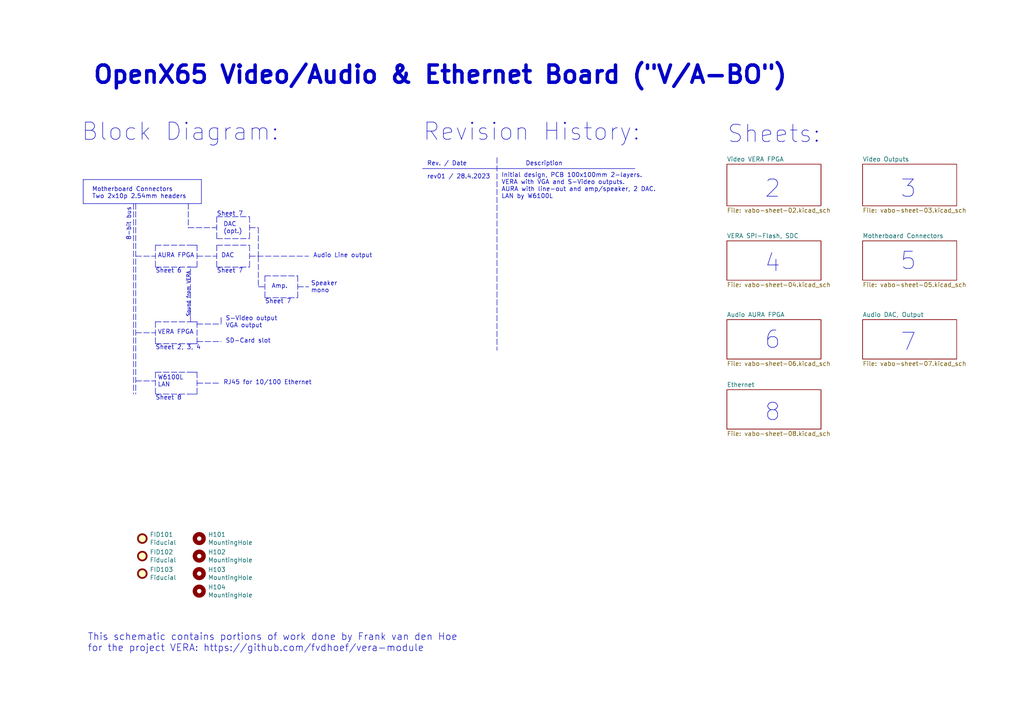
<source format=kicad_sch>
(kicad_sch (version 20211123) (generator eeschema)
  (paper "A4")
  (title_block (title "OpenX65 - Video/Audio & Ethernet Board") (date "2023-04-28") (rev "rev01") (company "FOR X65.EU DESIGNED BY JSYKORA.INFO") (comment 1 "Block Diagram"))
  (lib_symbols
    (symbol "Mechanical:Fiducial"
      (property "Reference" "FID" (at 0 5.08 0))
      (property "Value" "Fiducial" (at 0 3.175 0))
      (symbol "Fiducial_0_1"
        (circle (center 0 0) (radius 1.27) (stroke (width 0.508)) (fill (type background)))
      )
    )
    (symbol "Mechanical:MountingHole" (pin_names (offset 1.016))
      (property "Reference" "H" (at 0 5.08 0))
      (property "Value" "MountingHole" (at 0 3.175 0))
      (symbol "MountingHole_0_1"
        (circle (center 0 0) (radius 1.27) (stroke (width 1.27)))
      )
    )
  )
  (polyline (pts (xy 62.865 71.12) (xy 72.39 71.12)))
  (polyline (pts (xy 45.085 71.12) (xy 45.085 77.47)))
  (polyline (pts (xy 58.42 52.07) (xy 58.42 59.055)) (stroke (width 0) (type solid)))
  (polyline (pts (xy 62.865 69.215) (xy 72.39 69.215)))
  (polyline (pts (xy 57.15 99.06) (xy 64.135 99.06)))
  (polyline (pts (xy 45.085 107.95) (xy 54.61 107.95)))
  (polyline (pts (xy 54.61 59.055) (xy 54.61 66.04)))
  (polyline (pts (xy 74.93 74.295) (xy 74.93 83.185)))
  (polyline (pts (xy 72.39 71.12) (xy 72.39 77.47)))
  (polyline (pts (xy 54.61 107.95) (xy 57.15 107.95)) (stroke (width 0) (type solid)))
  (polyline (pts (xy 54.61 71.12) (xy 57.15 71.12)) (stroke (width 0) (type solid)))
  (polyline (pts (xy 57.15 93.345) (xy 57.15 99.695)))
  (polyline (pts (xy 72.39 66.04) (xy 74.93 66.04)))
  (polyline (pts (xy 57.15 74.295) (xy 62.865 74.295)))
  (polyline (pts (xy 54.61 77.47) (xy 57.15 77.47)) (stroke (width 0) (type solid)))
  (polyline (pts (xy 76.835 80.01) (xy 76.835 86.36)))
  (polyline (pts (xy 62.865 71.12) (xy 62.865 77.47)))
  (polyline (pts (xy 62.865 62.865) (xy 72.39 62.865)))
  (polyline (pts (xy 72.39 74.295) (xy 89.535 74.295)))
  (polyline (pts (xy 45.085 93.345) (xy 54.61 93.345)))
  (polyline (pts (xy 58.42 59.055) (xy 24.13 59.055)) (stroke (width 0) (type solid)))
  (polyline (pts (xy 39.37 96.52) (xy 45.085 96.52)))
  (polyline (pts (xy 62.865 77.47) (xy 72.39 77.47)))
  (polyline (pts (xy 86.36 83.185) (xy 89.535 83.185)))
  (polyline (pts (xy 45.085 107.95) (xy 45.085 114.3)))
  (polyline (pts (xy 39.37 74.295) (xy 45.085 74.295)))
  (polyline (pts (xy 54.61 99.695) (xy 57.15 99.695)) (stroke (width 0) (type solid)))
  (polyline (pts (xy 24.13 52.07) (xy 24.13 59.055)) (stroke (width 0) (type solid)))
  (polyline (pts (xy 55.245 77.47) (xy 54.61 77.47)))
  (polyline (pts (xy 55.245 93.345) (xy 55.245 77.47)))
  (polyline (pts (xy 64.135 92.075) (xy 64.135 93.98)))
  (polyline (pts (xy 74.93 83.185) (xy 76.835 83.185)))
  (polyline (pts (xy 39.37 59.055) (xy 39.37 114.3)))
  (polyline (pts (xy 62.865 62.865) (xy 62.865 69.215)))
  (polyline (pts (xy 24.13 52.07) (xy 58.42 52.07)) (stroke (width 0) (type solid)))
  (polyline (pts (xy 57.15 111.125) (xy 63.5 111.125)))
  (polyline (pts (xy 45.085 93.345) (xy 45.085 99.695)))
  (polyline (pts (xy 57.15 71.12) (xy 57.15 77.47)))
  (polyline (pts (xy 144.145 45.72) (xy 144.145 101.6)))
  (polyline (pts (xy 122.555 48.895) (xy 184.15 48.895)) (stroke (width 0) (type solid)))
  (polyline (pts (xy 54.61 66.04) (xy 62.865 66.04)))
  (polyline (pts (xy 74.93 66.04) (xy 74.93 74.295)))
  (polyline (pts (xy 54.61 93.345) (xy 57.15 93.345)) (stroke (width 0) (type solid)))
  (polyline (pts (xy 57.15 107.95) (xy 57.15 114.3)))
  (polyline (pts (xy 45.085 114.3) (xy 54.61 114.3)))
  (polyline (pts (xy 72.39 62.865) (xy 72.39 69.215)))
  (polyline (pts (xy 57.15 93.98) (xy 64.135 93.98)))
  (polyline (pts (xy 76.835 80.01) (xy 86.36 80.01)))
  (polyline (pts (xy 76.835 86.36) (xy 86.36 86.36)))
  (polyline (pts (xy 38.735 59.055) (xy 38.735 114.3)))
  (polyline (pts (xy 45.085 99.695) (xy 54.61 99.695)))
  (polyline (pts (xy 54.61 114.3) (xy 57.15 114.3)) (stroke (width 0) (type solid)))
  (polyline (pts (xy 45.085 77.47) (xy 54.61 77.47)))
  (polyline (pts (xy 86.36 80.01) (xy 86.36 86.36)))
  (polyline (pts (xy 45.085 71.12) (xy 54.61 71.12)))
  (polyline (pts (xy 39.37 110.49) (xy 45.085 110.49)))
  (text "Amp." (at 78.74 83.82 0) (effects (font (size 1.27 1.27)) (justify left bottom)))
  (text "7" (at 260.985 102.235 0) (effects (font (size 5 5)) (justify left bottom)))
  (text "Sheet 7" (at 62.865 62.865 0) (effects (font (size 1.27 1.27)) (justify left bottom)))
  (text "Sheet 6" (at 45.085 79.375 0) (effects (font (size 1.27 1.27)) (justify left bottom)))
  (text "2" (at 221.615 57.785 0) (effects (font (size 5 5)) (justify left bottom)))
  (text "Motherboard Connectors\nTwo 2x10p 2.54mm headers" (at 26.67 57.785 0) (effects (font (size 1.27 1.27)) (justify left bottom)))
  (text "8" (at 221.615 122.555 0) (effects (font (size 5 5)) (justify left bottom)))
  (text "8-bit bus" (at 38.1 69.85 90) (effects (font (size 1.27 1.27)) (justify left bottom)))
  (text "RJ45 for 10/100 Ethernet" (at 64.77 111.76 0) (effects (font (size 1.27 1.27)) (justify left bottom)))
  (text "DAC" (at 64.135 74.93 0) (effects (font (size 1.27 1.27)) (justify left bottom)))
  (text "Sheets:" (at 210.82 41.91 0) (effects (font (size 5 5)) (justify left bottom)))
  (text "5" (at 260.985 78.74 0) (effects (font (size 5 5)) (justify left bottom)))
  (text "OpenX65 Video/Audio & Ethernet Board (\"V/A-BO\")\n" (at 26.67 24.765 0) (effects (font (size 5 5) (thickness 1) bold) (justify left bottom)))
  (text "SD-Card slot" (at 65.405 99.695 0) (effects (font (size 1.27 1.27)) (justify left bottom)))
  (text "6" (at 221.615 101.6 0) (effects (font (size 5 5)) (justify left bottom)))
  (text "Initial design, PCB 100x100mm 2-layers.\nVERA with VGA and S-Video outputs.\nAURA with line-out and amp/speaker, 2 DAC.\nLAN by W6100L" (at 145.415 57.785 0) (effects (font (size 1.27 1.27)) (justify left bottom)))
  (text "Sheet 2, 3, 4" (at 45.085 101.6 0) (effects (font (size 1.27 1.27)) (justify left bottom)))
  (text "Sheet 7" (at 76.835 88.265 0) (effects (font (size 1.27 1.27)) (justify left bottom)))
  (text "W6100L\nLAN" (at 45.72 112.395 0) (effects (font (size 1.27 1.27)) (justify left bottom)))
  (text "Speaker\nmono" (at 90.17 85.09 0) (effects (font (size 1.27 1.27)) (justify left bottom)))
  (text "S-Video output\nVGA output" (at 65.405 95.25 0) (effects (font (size 1.27 1.27)) (justify left bottom)))
  (text "4" (at 221.615 79.375 0) (effects (font (size 5 5)) (justify left bottom)))
  (text "Sheet 8" (at 45.085 116.205 0) (effects (font (size 1.27 1.27)) (justify left bottom)))
  (text "3" (at 260.985 57.785 0) (effects (font (size 5 5)) (justify left bottom)))
  (text "VERA FPGA" (at 45.72 97.155 0) (effects (font (size 1.27 1.27)) (justify left bottom)))
  (text "Revision History:" (at 122.555 41.275 0) (effects (font (size 5 5)) (justify left bottom)))
  (text "Sheet 7" (at 62.865 79.375 0) (effects (font (size 1.27 1.27)) (justify left bottom)))
  (text "Description" (at 152.4 48.26 0) (effects (font (size 1.27 1.27)) (justify left bottom)))
  (text "Audio Line output" (at 90.805 74.93 0) (effects (font (size 1.27 1.27)) (justify left bottom)))
  (text "Sound from VERA" (at 55.245 92.075 90) (effects (font (size 1 1)) (justify left bottom)))
  (text "AURA FPGA" (at 45.72 74.93 0) (effects (font (size 1.27 1.27)) (justify left bottom)))
  (text "rev01 / 28.4.2023" (at 123.825 52.07 0) (effects (font (size 1.27 1.27)) (justify left bottom)))
  (text "Rev. / Date" (at 123.825 48.26 0) (effects (font (size 1.27 1.27)) (justify left bottom)))
  (text "Block Diagram:" (at 23.495 41.275 0) (effects (font (size 5 5)) (justify left bottom)))
  (text "DAC\n(opt.)" (at 64.77 67.945 0) (effects (font (size 1.27 1.27)) (justify left bottom)))
  (text "This schematic contains portions of work done by Frank van den Hoe\nfor the project VERA: https://github.com/fvdhoef/vera-module" (at 25.4 189.23 0) (effects (font (size 2 2)) (justify left bottom)))
  (symbol (lib_id "Mechanical:MountingHole") (at 57.785 156.21 0) (unit 1) (in_bom no)
    (property "Reference" "H101" (at 60.325 155.0416 0) (effects (justify left)))
    (property "Value" "MountingHole" (at 60.325 157.353 0) (effects (justify left)))
    (property "Footprint" "MountingHole:MountingHole_3.2mm_M3" (effects hide))
  )
  (symbol (lib_id "Mechanical:MountingHole") (at 57.785 166.37 0) (unit 1) (in_bom no)
    (property "Reference" "H103" (at 60.325 165.2016 0) (effects (justify left)))
    (property "Value" "MountingHole" (at 60.325 167.513 0) (effects (justify left)))
    (property "Footprint" "MountingHole:MountingHole_3.2mm_M3" (effects hide))
  )
  (symbol (lib_id "Mechanical:Fiducial") (at 41.275 166.37 0) (unit 1) (in_bom no)
    (property "Reference" "FID103" (at 43.434 165.2016 0) (effects (justify left)))
    (property "Value" "Fiducial" (at 43.434 167.513 0) (effects (justify left)))
    (property "Footprint" "Fiducial:Fiducial_1mm_Mask2mm" (effects hide))
  )
  (symbol (lib_id "Mechanical:Fiducial") (at 41.275 156.21 0) (unit 1) (in_bom no)
    (property "Reference" "FID101" (at 43.434 155.0416 0) (effects (justify left)))
    (property "Value" "Fiducial" (at 43.434 157.353 0) (effects (justify left)))
    (property "Footprint" "Fiducial:Fiducial_1mm_Mask2mm" (effects hide))
  )
  (symbol (lib_id "Mechanical:Fiducial") (at 41.275 161.29 0) (unit 1) (in_bom no)
    (property "Reference" "FID102" (at 43.434 160.1216 0) (effects (justify left)))
    (property "Value" "Fiducial" (at 43.434 162.433 0) (effects (justify left)))
    (property "Footprint" "Fiducial:Fiducial_1mm_Mask2mm" (effects hide))
  )
  (symbol (lib_id "Mechanical:MountingHole") (at 57.785 171.45 0) (unit 1) (in_bom no)
    (property "Reference" "H104" (at 60.325 170.2816 0) (effects (justify left)))
    (property "Value" "MountingHole" (at 60.325 172.593 0) (effects (justify left)))
    (property "Footprint" "MountingHole:MountingHole_3.2mm_M3" (effects hide))
  )
  (symbol (lib_id "Mechanical:MountingHole") (at 57.785 161.29 0) (unit 1) (in_bom no)
    (property "Reference" "H102" (at 60.325 160.1216 0) (effects (justify left)))
    (property "Value" "MountingHole" (at 60.325 162.433 0) (effects (justify left)))
    (property "Footprint" "MountingHole:MountingHole_3.2mm_M3" (effects hide))
  )
  (sheet (at 210.82 47.625) (size 27.305 12.065) (stroke (width 0.1524))
    (property "Sheet name" "Video VERA FPGA" (at 210.82 46.9134 0) (effects (justify left bottom)))
    (property "Sheet file" "vabo-sheet-02.kicad_sch" (at 210.82 60.2746 0) (effects (justify left top)))
  )
  (sheet (at 210.82 69.85) (size 27.305 11.43) (stroke (width 0.1524))
    (property "Sheet name" "VERA SPI-Flash, SDC" (at 210.82 69.1384 0) (effects (justify left bottom)))
    (property "Sheet file" "vabo-sheet-04.kicad_sch" (at 210.82 81.8646 0) (effects (justify left top)))
  )
  (sheet (at 250.19 92.71) (size 27.305 11.43) (stroke (width 0.1524))
    (property "Sheet name" "Audio DAC, Output" (at 250.19 91.9984 0) (effects (justify left bottom)))
    (property "Sheet file" "vabo-sheet-07.kicad_sch" (at 250.19 104.7246 0) (effects (justify left top)))
  )
  (sheet (at 210.82 92.71) (size 27.305 11.43) (stroke (width 0.1524))
    (property "Sheet name" "Audio AURA FPGA" (at 210.82 91.9984 0) (effects (justify left bottom)))
    (property "Sheet file" "vabo-sheet-06.kicad_sch" (at 210.82 104.7246 0) (effects (justify left top)))
  )
  (sheet (at 250.19 47.625) (size 27.305 12.065) (stroke (width 0.1524))
    (property "Sheet name" "Video Outputs" (at 250.19 46.9134 0) (effects (justify left bottom)))
    (property "Sheet file" "vabo-sheet-03.kicad_sch" (at 250.19 60.2746 0) (effects (justify left top)))
  )
  (sheet (at 250.19 69.85) (size 27.305 11.43) (stroke (width 0.1524))
    (property "Sheet name" "Motherboard Connectors" (at 250.19 69.1384 0) (effects (justify left bottom)))
    (property "Sheet file" "vabo-sheet-05.kicad_sch" (at 250.19 81.8646 0) (effects (justify left top)))
  )
  (sheet (at 210.82 113.03) (size 27.305 11.43) (stroke (width 0.1524))
    (property "Sheet name" "Ethernet" (at 210.82 112.3184 0) (effects (justify left bottom)))
    (property "Sheet file" "vabo-sheet-08.kicad_sch" (at 210.82 125.0446 0) (effects (justify left top)))
  )
)
</source>
